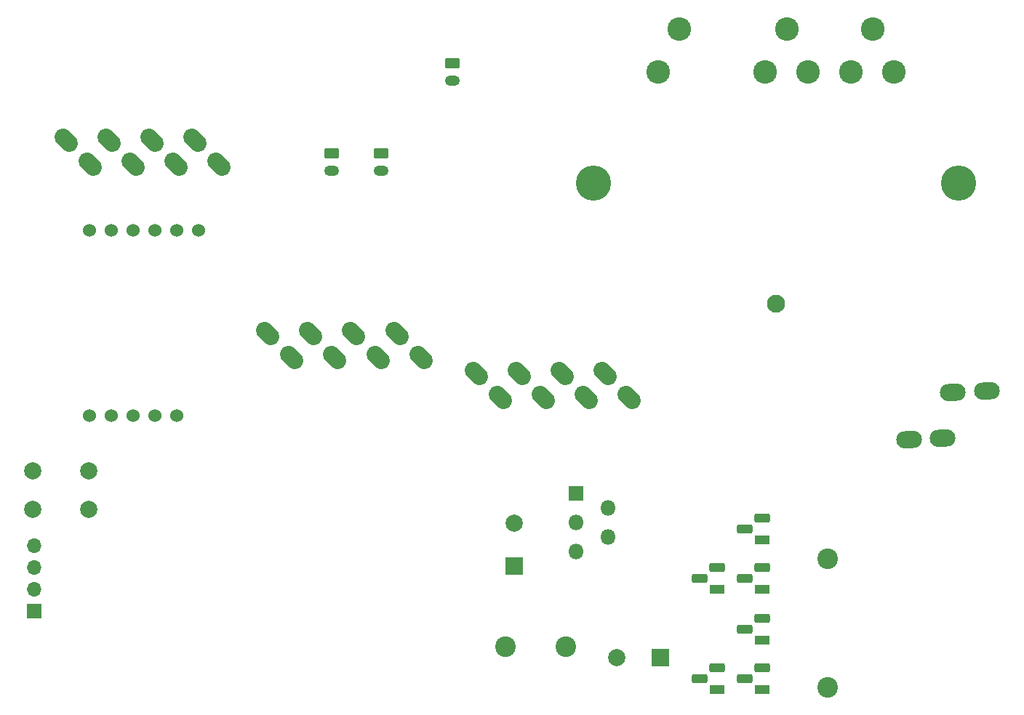
<source format=gbr>
%TF.GenerationSoftware,KiCad,Pcbnew,8.0.9-8.0.9-0~ubuntu22.04.1*%
%TF.CreationDate,2025-04-19T18:16:43+02:00*%
%TF.ProjectId,wandfernsprecher,77616e64-6665-4726-9e73-707265636865,0.1.0*%
%TF.SameCoordinates,Original*%
%TF.FileFunction,Soldermask,Bot*%
%TF.FilePolarity,Negative*%
%FSLAX46Y46*%
G04 Gerber Fmt 4.6, Leading zero omitted, Abs format (unit mm)*
G04 Created by KiCad (PCBNEW 8.0.9-8.0.9-0~ubuntu22.04.1) date 2025-04-19 18:16:43*
%MOMM*%
%LPD*%
G01*
G04 APERTURE LIST*
G04 Aperture macros list*
%AMRoundRect*
0 Rectangle with rounded corners*
0 $1 Rounding radius*
0 $2 $3 $4 $5 $6 $7 $8 $9 X,Y pos of 4 corners*
0 Add a 4 corners polygon primitive as box body*
4,1,4,$2,$3,$4,$5,$6,$7,$8,$9,$2,$3,0*
0 Add four circle primitives for the rounded corners*
1,1,$1+$1,$2,$3*
1,1,$1+$1,$4,$5*
1,1,$1+$1,$6,$7*
1,1,$1+$1,$8,$9*
0 Add four rect primitives between the rounded corners*
20,1,$1+$1,$2,$3,$4,$5,0*
20,1,$1+$1,$4,$5,$6,$7,0*
20,1,$1+$1,$6,$7,$8,$9,0*
20,1,$1+$1,$8,$9,$2,$3,0*%
%AMHorizOval*
0 Thick line with rounded ends*
0 $1 width*
0 $2 $3 position (X,Y) of the first rounded end (center of the circle)*
0 $4 $5 position (X,Y) of the second rounded end (center of the circle)*
0 Add line between two ends*
20,1,$1,$2,$3,$4,$5,0*
0 Add two circle primitives to create the rounded ends*
1,1,$1,$2,$3*
1,1,$1,$4,$5*%
G04 Aperture macros list end*
%ADD10RoundRect,0.250000X-0.625000X0.350000X-0.625000X-0.350000X0.625000X-0.350000X0.625000X0.350000X0*%
%ADD11O,1.750000X1.200000*%
%ADD12R,1.800000X1.100000*%
%ADD13RoundRect,0.275000X0.625000X-0.275000X0.625000X0.275000X-0.625000X0.275000X-0.625000X-0.275000X0*%
%ADD14R,2.000000X2.000000*%
%ADD15C,2.000000*%
%ADD16C,1.524000*%
%ADD17HorizOval,2.000000X-0.353553X0.353553X0.353553X-0.353553X0*%
%ADD18C,2.400000*%
%ADD19R,1.800000X1.800000*%
%ADD20O,1.800000X1.800000*%
%ADD21C,4.100000*%
%ADD22C,2.100000*%
%ADD23C,2.750000*%
%ADD24R,1.700000X1.700000*%
%ADD25O,1.700000X1.700000*%
%ADD26HorizOval,2.000000X0.499631X0.019194X-0.499631X-0.019194X0*%
G04 APERTURE END LIST*
D10*
%TO.C,BT1*%
X92550000Y-85500000D03*
D11*
X92550000Y-87500000D03*
%TD*%
D12*
%TO.C,Q5*%
X136900000Y-136250000D03*
D13*
X134830000Y-134980000D03*
X136900000Y-133710000D03*
%TD*%
D14*
%TO.C,C14*%
X125000000Y-144250000D03*
D15*
X120000000Y-144250000D03*
%TD*%
%TO.C,SW4*%
X58500000Y-127000000D03*
X52000000Y-127000000D03*
X58500000Y-122500000D03*
X52000000Y-122500000D03*
%TD*%
D16*
%TO.C,U1*%
X58555000Y-116045000D03*
X61095000Y-116045000D03*
X63635000Y-116045000D03*
X66175000Y-116045000D03*
X68715000Y-116045000D03*
X71255000Y-94455000D03*
X68715000Y-94455000D03*
X66175000Y-94455000D03*
X63635000Y-94455000D03*
X61095000Y-94455000D03*
X58555000Y-94455000D03*
%TD*%
D17*
%TO.C,ES1*%
X103600000Y-111100000D03*
X106400000Y-113900000D03*
X108600000Y-111100000D03*
X111400000Y-113900000D03*
X113600000Y-111100000D03*
X116400000Y-113900000D03*
X118600000Y-111100000D03*
X121400000Y-113900000D03*
%TD*%
D12*
%TO.C,Q6*%
X136900000Y-142250000D03*
D13*
X134830000Y-140980000D03*
X136900000Y-139710000D03*
%TD*%
D10*
%TO.C,SW3*%
X100799999Y-75000000D03*
D11*
X100799999Y-77000000D03*
%TD*%
D17*
%TO.C,J1*%
X55850000Y-83975000D03*
X58650000Y-86775000D03*
X60850000Y-83975000D03*
X63650000Y-86775000D03*
X65850000Y-83975000D03*
X68650000Y-86775000D03*
X70850000Y-83975000D03*
X73650000Y-86775000D03*
%TD*%
D12*
%TO.C,Q7*%
X136900000Y-148000000D03*
D13*
X134830000Y-146730000D03*
X136900000Y-145460000D03*
%TD*%
D18*
%TO.C,C15*%
X144500000Y-147750000D03*
X144500000Y-132750000D03*
%TD*%
D17*
%TO.C,NS1*%
X79350000Y-106475000D03*
X82150000Y-109275000D03*
X84350000Y-106475000D03*
X87150000Y-109275000D03*
X89350000Y-106475000D03*
X92150000Y-109275000D03*
X94350000Y-106475000D03*
X97150000Y-109275000D03*
%TD*%
D19*
%TO.C,U4*%
X115250000Y-125117677D03*
D20*
X118950000Y-126817677D03*
X115250000Y-128517677D03*
X118950000Y-130217677D03*
X115250000Y-131917677D03*
%TD*%
D12*
%TO.C,Q4*%
X136900000Y-130500000D03*
D13*
X134830000Y-129230000D03*
X136900000Y-127960000D03*
%TD*%
D12*
%TO.C,Q2*%
X131650000Y-136250000D03*
D13*
X129580000Y-134980000D03*
X131650000Y-133710000D03*
%TD*%
D12*
%TO.C,Q3*%
X131650000Y-148000000D03*
D13*
X129580000Y-146730000D03*
X131650000Y-145460000D03*
%TD*%
D14*
%TO.C,C12*%
X108000000Y-133617677D03*
D15*
X108000000Y-128617677D03*
%TD*%
D21*
%TO.C,GS1*%
X117250000Y-89000000D03*
D22*
X138500000Y-103000000D03*
D21*
X159750000Y-89000000D03*
D23*
X124750000Y-76000000D03*
X127250000Y-71000000D03*
X137250000Y-76000000D03*
X139750000Y-71000000D03*
X142250000Y-76000000D03*
X147250000Y-76000000D03*
X149750000Y-71000000D03*
X152250000Y-76000000D03*
%TD*%
D18*
%TO.C,L2*%
X107000000Y-143000000D03*
X114000000Y-143000000D03*
%TD*%
D24*
%TO.C,J3*%
X52137500Y-138800000D03*
D25*
X52137500Y-136260000D03*
X52137500Y-133720000D03*
X52137500Y-131180000D03*
%TD*%
D10*
%TO.C,J2*%
X86800000Y-85500000D03*
D11*
X86800000Y-87500000D03*
%TD*%
D26*
%TO.C,L1*%
X163026345Y-113172509D03*
X159069465Y-113324517D03*
X157930535Y-118675483D03*
X153973655Y-118827491D03*
%TD*%
M02*

</source>
